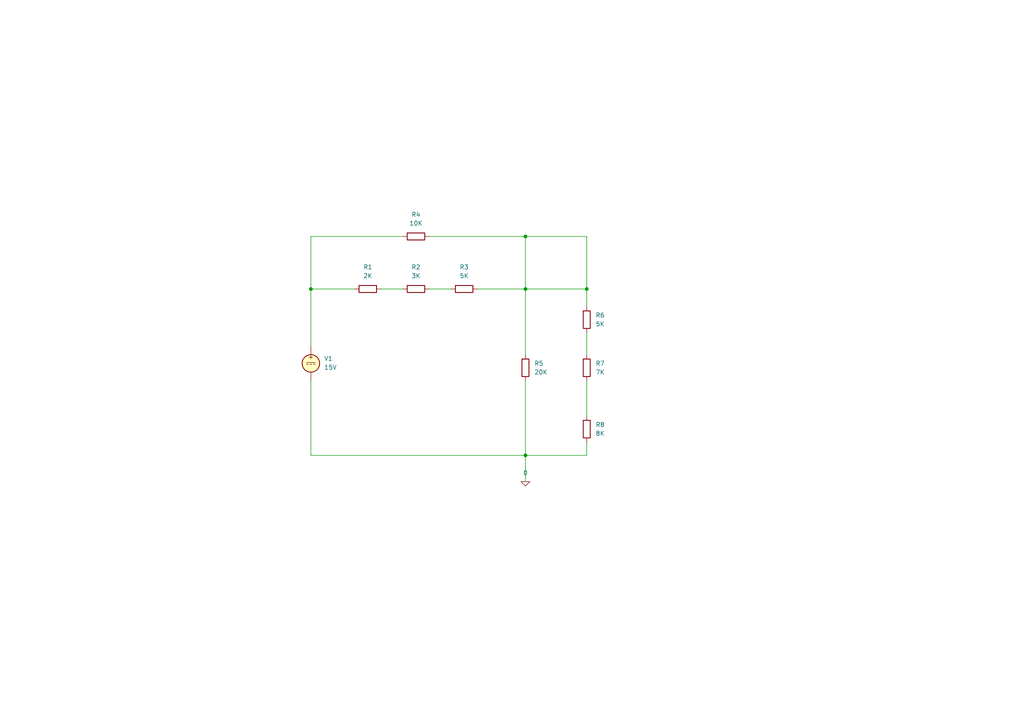
<source format=kicad_sch>
(kicad_sch (version 20230121) (generator eeschema)

  (uuid 5911d467-ceb6-4956-812d-1d80f6873a63)

  (paper "A4")

  (lib_symbols
    (symbol "Device:R" (pin_numbers hide) (pin_names (offset 0)) (in_bom yes) (on_board yes)
      (property "Reference" "R" (at 2.032 0 90)
        (effects (font (size 1.27 1.27)))
      )
      (property "Value" "R" (at 0 0 90)
        (effects (font (size 1.27 1.27)))
      )
      (property "Footprint" "" (at -1.778 0 90)
        (effects (font (size 1.27 1.27)) hide)
      )
      (property "Datasheet" "~" (at 0 0 0)
        (effects (font (size 1.27 1.27)) hide)
      )
      (property "ki_keywords" "R res resistor" (at 0 0 0)
        (effects (font (size 1.27 1.27)) hide)
      )
      (property "ki_description" "Resistor" (at 0 0 0)
        (effects (font (size 1.27 1.27)) hide)
      )
      (property "ki_fp_filters" "R_*" (at 0 0 0)
        (effects (font (size 1.27 1.27)) hide)
      )
      (symbol "R_0_1"
        (rectangle (start -1.016 -2.54) (end 1.016 2.54)
          (stroke (width 0.254) (type default))
          (fill (type none))
        )
      )
      (symbol "R_1_1"
        (pin passive line (at 0 3.81 270) (length 1.27)
          (name "~" (effects (font (size 1.27 1.27))))
          (number "1" (effects (font (size 1.27 1.27))))
        )
        (pin passive line (at 0 -3.81 90) (length 1.27)
          (name "~" (effects (font (size 1.27 1.27))))
          (number "2" (effects (font (size 1.27 1.27))))
        )
      )
    )
    (symbol "Simulation_SPICE:0" (power) (pin_names (offset 0)) (in_bom yes) (on_board yes)
      (property "Reference" "#GND" (at 0 -2.54 0)
        (effects (font (size 1.27 1.27)) hide)
      )
      (property "Value" "0" (at 0 -1.778 0)
        (effects (font (size 1.27 1.27)))
      )
      (property "Footprint" "" (at 0 0 0)
        (effects (font (size 1.27 1.27)) hide)
      )
      (property "Datasheet" "~" (at 0 0 0)
        (effects (font (size 1.27 1.27)) hide)
      )
      (property "ki_keywords" "simulation" (at 0 0 0)
        (effects (font (size 1.27 1.27)) hide)
      )
      (property "ki_description" "0V reference potential for simulation" (at 0 0 0)
        (effects (font (size 1.27 1.27)) hide)
      )
      (symbol "0_0_1"
        (polyline
          (pts
            (xy -1.27 0)
            (xy 0 -1.27)
            (xy 1.27 0)
            (xy -1.27 0)
          )
          (stroke (width 0) (type default))
          (fill (type none))
        )
      )
      (symbol "0_1_1"
        (pin power_in line (at 0 0 0) (length 0) hide
          (name "0" (effects (font (size 1.016 1.016))))
          (number "1" (effects (font (size 1.016 1.016))))
        )
      )
    )
    (symbol "Simulation_SPICE:VDC" (pin_numbers hide) (pin_names (offset 0.0254)) (in_bom yes) (on_board yes)
      (property "Reference" "V" (at 2.54 2.54 0)
        (effects (font (size 1.27 1.27)) (justify left))
      )
      (property "Value" "1" (at 2.54 0 0)
        (effects (font (size 1.27 1.27)) (justify left))
      )
      (property "Footprint" "" (at 0 0 0)
        (effects (font (size 1.27 1.27)) hide)
      )
      (property "Datasheet" "~" (at 0 0 0)
        (effects (font (size 1.27 1.27)) hide)
      )
      (property "Sim.Pins" "1=+ 2=-" (at 0 0 0)
        (effects (font (size 1.27 1.27)) hide)
      )
      (property "Sim.Type" "DC" (at 0 0 0)
        (effects (font (size 1.27 1.27)) hide)
      )
      (property "Sim.Device" "V" (at 0 0 0)
        (effects (font (size 1.27 1.27)) (justify left) hide)
      )
      (property "ki_keywords" "simulation" (at 0 0 0)
        (effects (font (size 1.27 1.27)) hide)
      )
      (property "ki_description" "Voltage source, DC" (at 0 0 0)
        (effects (font (size 1.27 1.27)) hide)
      )
      (symbol "VDC_0_0"
        (polyline
          (pts
            (xy -1.27 0.254)
            (xy 1.27 0.254)
          )
          (stroke (width 0) (type default))
          (fill (type none))
        )
        (polyline
          (pts
            (xy -0.762 -0.254)
            (xy -1.27 -0.254)
          )
          (stroke (width 0) (type default))
          (fill (type none))
        )
        (polyline
          (pts
            (xy 0.254 -0.254)
            (xy -0.254 -0.254)
          )
          (stroke (width 0) (type default))
          (fill (type none))
        )
        (polyline
          (pts
            (xy 1.27 -0.254)
            (xy 0.762 -0.254)
          )
          (stroke (width 0) (type default))
          (fill (type none))
        )
        (text "+" (at 0 1.905 0)
          (effects (font (size 1.27 1.27)))
        )
      )
      (symbol "VDC_0_1"
        (circle (center 0 0) (radius 2.54)
          (stroke (width 0.254) (type default))
          (fill (type background))
        )
      )
      (symbol "VDC_1_1"
        (pin passive line (at 0 5.08 270) (length 2.54)
          (name "~" (effects (font (size 1.27 1.27))))
          (number "1" (effects (font (size 1.27 1.27))))
        )
        (pin passive line (at 0 -5.08 90) (length 2.54)
          (name "~" (effects (font (size 1.27 1.27))))
          (number "2" (effects (font (size 1.27 1.27))))
        )
      )
    )
  )

  (junction (at 152.4 68.58) (diameter 0) (color 0 0 0 0)
    (uuid 1866d759-91aa-4137-90cc-0a7495175cbb)
  )
  (junction (at 170.18 83.82) (diameter 0) (color 0 0 0 0)
    (uuid 263ac9ed-21cd-4b34-9737-439346e14793)
  )
  (junction (at 90.17 83.82) (diameter 0) (color 0 0 0 0)
    (uuid 926c0ee6-67e7-4da6-986b-20a3fbfd4eae)
  )
  (junction (at 152.4 83.82) (diameter 0) (color 0 0 0 0)
    (uuid 96c1f581-5f79-4dff-bd1e-817a795e5733)
  )
  (junction (at 152.4 132.08) (diameter 0) (color 0 0 0 0)
    (uuid c7bc45a1-7bfb-4bf7-b16b-7fac0306c854)
  )

  (wire (pts (xy 170.18 83.82) (xy 170.18 88.9))
    (stroke (width 0) (type default))
    (uuid 00a81f42-0951-4e53-999c-45d2c131682f)
  )
  (wire (pts (xy 152.4 110.49) (xy 152.4 132.08))
    (stroke (width 0) (type default))
    (uuid 1d28ed15-341d-45c7-8b12-0b0d3eccd60b)
  )
  (wire (pts (xy 90.17 83.82) (xy 102.87 83.82))
    (stroke (width 0) (type default))
    (uuid 25edb278-f045-42d3-9e1b-68f86e197957)
  )
  (wire (pts (xy 124.46 68.58) (xy 152.4 68.58))
    (stroke (width 0) (type default))
    (uuid 35ff0d75-992a-4360-85a3-67758923b787)
  )
  (wire (pts (xy 152.4 132.08) (xy 152.4 139.7))
    (stroke (width 0) (type default))
    (uuid 41d3374c-f2b5-454b-940b-e66085f500ad)
  )
  (wire (pts (xy 170.18 96.52) (xy 170.18 102.87))
    (stroke (width 0) (type default))
    (uuid 4e0cf27a-3f8d-4c6a-b61e-3a8804551769)
  )
  (wire (pts (xy 116.84 68.58) (xy 90.17 68.58))
    (stroke (width 0) (type default))
    (uuid 51fdc234-5610-4210-b380-778e5f671311)
  )
  (wire (pts (xy 90.17 132.08) (xy 90.17 110.49))
    (stroke (width 0) (type default))
    (uuid 733f55b5-2b2f-4e38-bcb7-f6d86a7973c8)
  )
  (wire (pts (xy 90.17 68.58) (xy 90.17 83.82))
    (stroke (width 0) (type default))
    (uuid 7482b3a3-47a8-4bf0-ab6f-5aff5968ad96)
  )
  (wire (pts (xy 170.18 110.49) (xy 170.18 120.65))
    (stroke (width 0) (type default))
    (uuid 899f1e9d-194a-46e9-94ec-286d1c96e166)
  )
  (wire (pts (xy 170.18 128.27) (xy 170.18 132.08))
    (stroke (width 0) (type default))
    (uuid 8faf11af-37b2-4c3f-920e-32b6baca1caa)
  )
  (wire (pts (xy 138.43 83.82) (xy 152.4 83.82))
    (stroke (width 0) (type default))
    (uuid a0d5f044-037f-41b8-b68d-cd163f208031)
  )
  (wire (pts (xy 152.4 83.82) (xy 152.4 102.87))
    (stroke (width 0) (type default))
    (uuid ba89901c-ab0a-4468-acef-61c470abc404)
  )
  (wire (pts (xy 124.46 83.82) (xy 130.81 83.82))
    (stroke (width 0) (type default))
    (uuid bd64973f-d1c0-41ae-847e-e1bf5d2aa75e)
  )
  (wire (pts (xy 152.4 68.58) (xy 152.4 83.82))
    (stroke (width 0) (type default))
    (uuid ccc2fa5a-9861-4aff-9f11-72d414750d1c)
  )
  (wire (pts (xy 90.17 100.33) (xy 90.17 83.82))
    (stroke (width 0) (type default))
    (uuid dd4091b0-2ee4-41c4-912e-4ae30c5f985f)
  )
  (wire (pts (xy 90.17 132.08) (xy 152.4 132.08))
    (stroke (width 0) (type default))
    (uuid e0ba7cc4-1074-4ee8-ab5b-0690ef7d1d32)
  )
  (wire (pts (xy 110.49 83.82) (xy 116.84 83.82))
    (stroke (width 0) (type default))
    (uuid e163aba5-3c83-4ade-8580-7d3de862da93)
  )
  (wire (pts (xy 170.18 68.58) (xy 170.18 83.82))
    (stroke (width 0) (type default))
    (uuid e39390fc-e9a6-4889-b1e5-6d080a58e157)
  )
  (wire (pts (xy 152.4 68.58) (xy 170.18 68.58))
    (stroke (width 0) (type default))
    (uuid f002b53a-07a9-4a54-b333-c5139b8b0981)
  )
  (wire (pts (xy 152.4 132.08) (xy 170.18 132.08))
    (stroke (width 0) (type default))
    (uuid f7d18268-9285-4b9f-9049-249a1a2fa9ad)
  )
  (wire (pts (xy 152.4 83.82) (xy 170.18 83.82))
    (stroke (width 0) (type default))
    (uuid fe719d70-6643-443d-8d5b-3ae60790c057)
  )

  (symbol (lib_id "Simulation_SPICE:VDC") (at 90.17 105.41 0) (unit 1)
    (in_bom yes) (on_board yes) (dnp no) (fields_autoplaced)
    (uuid 18b6d56a-7918-4dd7-af45-11597dc934aa)
    (property "Reference" "V1" (at 93.98 104.0102 0)
      (effects (font (size 1.27 1.27)) (justify left))
    )
    (property "Value" "15V" (at 93.98 106.5502 0)
      (effects (font (size 1.27 1.27)) (justify left))
    )
    (property "Footprint" "" (at 90.17 105.41 0)
      (effects (font (size 1.27 1.27)) hide)
    )
    (property "Datasheet" "~" (at 90.17 105.41 0)
      (effects (font (size 1.27 1.27)) hide)
    )
    (property "Sim.Pins" "1=+ 2=-" (at 90.17 105.41 0)
      (effects (font (size 1.27 1.27)) hide)
    )
    (property "Sim.Type" "DC" (at 90.17 105.41 0)
      (effects (font (size 1.27 1.27)) hide)
    )
    (property "Sim.Device" "V" (at 90.17 105.41 0)
      (effects (font (size 1.27 1.27)) (justify left) hide)
    )
    (pin "2" (uuid cb990754-0738-4480-b0e3-be1e1dcd2a04))
    (pin "1" (uuid c6f7461c-2e9d-49fb-98a1-a8ef57a7d828))
    (instances
      (project "Kicad"
        (path "/5911d467-ceb6-4956-812d-1d80f6873a63"
          (reference "V1") (unit 1)
        )
      )
    )
  )

  (symbol (lib_id "Device:R") (at 120.65 83.82 90) (unit 1)
    (in_bom yes) (on_board yes) (dnp no) (fields_autoplaced)
    (uuid 1c3b6ebf-00b1-4206-999d-c7b12db983c5)
    (property "Reference" "R2" (at 120.65 77.47 90)
      (effects (font (size 1.27 1.27)))
    )
    (property "Value" "3K" (at 120.65 80.01 90)
      (effects (font (size 1.27 1.27)))
    )
    (property "Footprint" "" (at 120.65 85.598 90)
      (effects (font (size 1.27 1.27)) hide)
    )
    (property "Datasheet" "~" (at 120.65 83.82 0)
      (effects (font (size 1.27 1.27)) hide)
    )
    (pin "1" (uuid 7438b065-b39a-476b-a64a-8e5971e46740))
    (pin "2" (uuid 32437ed3-cbd9-4d97-b94d-b8e5ba5ce452))
    (instances
      (project "Kicad"
        (path "/5911d467-ceb6-4956-812d-1d80f6873a63"
          (reference "R2") (unit 1)
        )
      )
    )
  )

  (symbol (lib_id "Device:R") (at 134.62 83.82 90) (unit 1)
    (in_bom yes) (on_board yes) (dnp no) (fields_autoplaced)
    (uuid 387df998-765c-484f-810d-21aab5189bf4)
    (property "Reference" "R3" (at 134.62 77.47 90)
      (effects (font (size 1.27 1.27)))
    )
    (property "Value" "5K" (at 134.62 80.01 90)
      (effects (font (size 1.27 1.27)))
    )
    (property "Footprint" "" (at 134.62 85.598 90)
      (effects (font (size 1.27 1.27)) hide)
    )
    (property "Datasheet" "~" (at 134.62 83.82 0)
      (effects (font (size 1.27 1.27)) hide)
    )
    (pin "2" (uuid 3538b12e-a414-45b8-bd93-5ff22d2458dd))
    (pin "1" (uuid c1c2a668-419f-4c92-a3cf-78285e3f55c8))
    (instances
      (project "Kicad"
        (path "/5911d467-ceb6-4956-812d-1d80f6873a63"
          (reference "R3") (unit 1)
        )
      )
    )
  )

  (symbol (lib_id "Device:R") (at 152.4 106.68 0) (unit 1)
    (in_bom yes) (on_board yes) (dnp no) (fields_autoplaced)
    (uuid 3f5a8aff-215b-4527-8297-67007c5657cc)
    (property "Reference" "R5" (at 154.94 105.41 0)
      (effects (font (size 1.27 1.27)) (justify left))
    )
    (property "Value" "20K" (at 154.94 107.95 0)
      (effects (font (size 1.27 1.27)) (justify left))
    )
    (property "Footprint" "" (at 150.622 106.68 90)
      (effects (font (size 1.27 1.27)) hide)
    )
    (property "Datasheet" "~" (at 152.4 106.68 0)
      (effects (font (size 1.27 1.27)) hide)
    )
    (pin "2" (uuid c2d1ad35-c75d-4da5-9d76-f5b427f5afb7))
    (pin "1" (uuid 4d568fb7-563c-43cc-8670-36803738d9d4))
    (instances
      (project "Kicad"
        (path "/5911d467-ceb6-4956-812d-1d80f6873a63"
          (reference "R5") (unit 1)
        )
      )
    )
  )

  (symbol (lib_id "Simulation_SPICE:0") (at 152.4 139.7 0) (unit 1)
    (in_bom yes) (on_board yes) (dnp no) (fields_autoplaced)
    (uuid 3fd86893-67ea-4a72-906c-e7f36c6a01c5)
    (property "Reference" "#GND01" (at 152.4 142.24 0)
      (effects (font (size 1.27 1.27)) hide)
    )
    (property "Value" "0" (at 152.4 137.16 0)
      (effects (font (size 1.27 1.27)))
    )
    (property "Footprint" "" (at 152.4 139.7 0)
      (effects (font (size 1.27 1.27)) hide)
    )
    (property "Datasheet" "~" (at 152.4 139.7 0)
      (effects (font (size 1.27 1.27)) hide)
    )
    (pin "1" (uuid a3ff6071-e678-4dd5-8ab8-33970a42d1da))
    (instances
      (project "Kicad"
        (path "/5911d467-ceb6-4956-812d-1d80f6873a63"
          (reference "#GND01") (unit 1)
        )
      )
    )
  )

  (symbol (lib_id "Device:R") (at 106.68 83.82 90) (unit 1)
    (in_bom yes) (on_board yes) (dnp no) (fields_autoplaced)
    (uuid 63dc422f-dd84-4b89-8162-89331d4a72ea)
    (property "Reference" "R1" (at 106.68 77.47 90)
      (effects (font (size 1.27 1.27)))
    )
    (property "Value" "2K" (at 106.68 80.01 90)
      (effects (font (size 1.27 1.27)))
    )
    (property "Footprint" "" (at 106.68 85.598 90)
      (effects (font (size 1.27 1.27)) hide)
    )
    (property "Datasheet" "~" (at 106.68 83.82 0)
      (effects (font (size 1.27 1.27)) hide)
    )
    (pin "1" (uuid 1d43fb88-2935-4553-bfec-1a00d3d96bb2))
    (pin "2" (uuid 0542e0a0-43a8-4a2e-979c-de4bf6c802a8))
    (instances
      (project "Kicad"
        (path "/5911d467-ceb6-4956-812d-1d80f6873a63"
          (reference "R1") (unit 1)
        )
      )
    )
  )

  (symbol (lib_id "Device:R") (at 170.18 92.71 180) (unit 1)
    (in_bom yes) (on_board yes) (dnp no) (fields_autoplaced)
    (uuid 77d015ce-f7d7-47c7-a60f-8c11ce33974c)
    (property "Reference" "R6" (at 172.72 91.44 0)
      (effects (font (size 1.27 1.27)) (justify right))
    )
    (property "Value" "5K" (at 172.72 93.98 0)
      (effects (font (size 1.27 1.27)) (justify right))
    )
    (property "Footprint" "" (at 171.958 92.71 90)
      (effects (font (size 1.27 1.27)) hide)
    )
    (property "Datasheet" "~" (at 170.18 92.71 0)
      (effects (font (size 1.27 1.27)) hide)
    )
    (pin "2" (uuid 4c3d84c2-25e4-41a9-9cf1-2adec41b8f5d))
    (pin "1" (uuid 6bd46d0b-8dcc-46b0-899b-34dd2918f9a8))
    (instances
      (project "Kicad"
        (path "/5911d467-ceb6-4956-812d-1d80f6873a63"
          (reference "R6") (unit 1)
        )
      )
    )
  )

  (symbol (lib_id "Device:R") (at 120.65 68.58 270) (unit 1)
    (in_bom yes) (on_board yes) (dnp no) (fields_autoplaced)
    (uuid 9f212ead-1e28-4b9d-96b0-59192920cea0)
    (property "Reference" "R4" (at 120.65 62.23 90)
      (effects (font (size 1.27 1.27)))
    )
    (property "Value" "10K" (at 120.65 64.77 90)
      (effects (font (size 1.27 1.27)))
    )
    (property "Footprint" "" (at 120.65 66.802 90)
      (effects (font (size 1.27 1.27)) hide)
    )
    (property "Datasheet" "~" (at 120.65 68.58 0)
      (effects (font (size 1.27 1.27)) hide)
    )
    (pin "2" (uuid f85421ed-cd0e-43a6-91e8-6e6fe471adb0))
    (pin "1" (uuid f18b75a4-a136-4222-b73a-b99bdcd0e7ab))
    (instances
      (project "Kicad"
        (path "/5911d467-ceb6-4956-812d-1d80f6873a63"
          (reference "R4") (unit 1)
        )
      )
    )
  )

  (symbol (lib_id "Device:R") (at 170.18 124.46 0) (unit 1)
    (in_bom yes) (on_board yes) (dnp no) (fields_autoplaced)
    (uuid a5ee52c3-5d0c-4541-9e4f-05b8c662d100)
    (property "Reference" "R8" (at 172.72 123.19 0)
      (effects (font (size 1.27 1.27)) (justify left))
    )
    (property "Value" "8K" (at 172.72 125.73 0)
      (effects (font (size 1.27 1.27)) (justify left))
    )
    (property "Footprint" "" (at 168.402 124.46 90)
      (effects (font (size 1.27 1.27)) hide)
    )
    (property "Datasheet" "~" (at 170.18 124.46 0)
      (effects (font (size 1.27 1.27)) hide)
    )
    (pin "1" (uuid ce9f573e-82ff-40a4-a5b8-1c5f22183f25))
    (pin "2" (uuid a1c2ab5c-776a-4d76-b5f5-719da772a88a))
    (instances
      (project "Kicad"
        (path "/5911d467-ceb6-4956-812d-1d80f6873a63"
          (reference "R8") (unit 1)
        )
      )
    )
  )

  (symbol (lib_id "Device:R") (at 170.18 106.68 180) (unit 1)
    (in_bom yes) (on_board yes) (dnp no) (fields_autoplaced)
    (uuid c683be67-a8f8-4039-a2d1-65ac85d24527)
    (property "Reference" "R7" (at 172.72 105.41 0)
      (effects (font (size 1.27 1.27)) (justify right))
    )
    (property "Value" "7K" (at 172.72 107.95 0)
      (effects (font (size 1.27 1.27)) (justify right))
    )
    (property "Footprint" "" (at 171.958 106.68 90)
      (effects (font (size 1.27 1.27)) hide)
    )
    (property "Datasheet" "~" (at 170.18 106.68 0)
      (effects (font (size 1.27 1.27)) hide)
    )
    (pin "1" (uuid f686a880-3e40-4433-97d2-cca46a79162b))
    (pin "2" (uuid 5fb56b05-45b0-4580-bfcf-bc5874b96e80))
    (instances
      (project "Kicad"
        (path "/5911d467-ceb6-4956-812d-1d80f6873a63"
          (reference "R7") (unit 1)
        )
      )
    )
  )

  (sheet_instances
    (path "/" (page "1"))
  )
)

</source>
